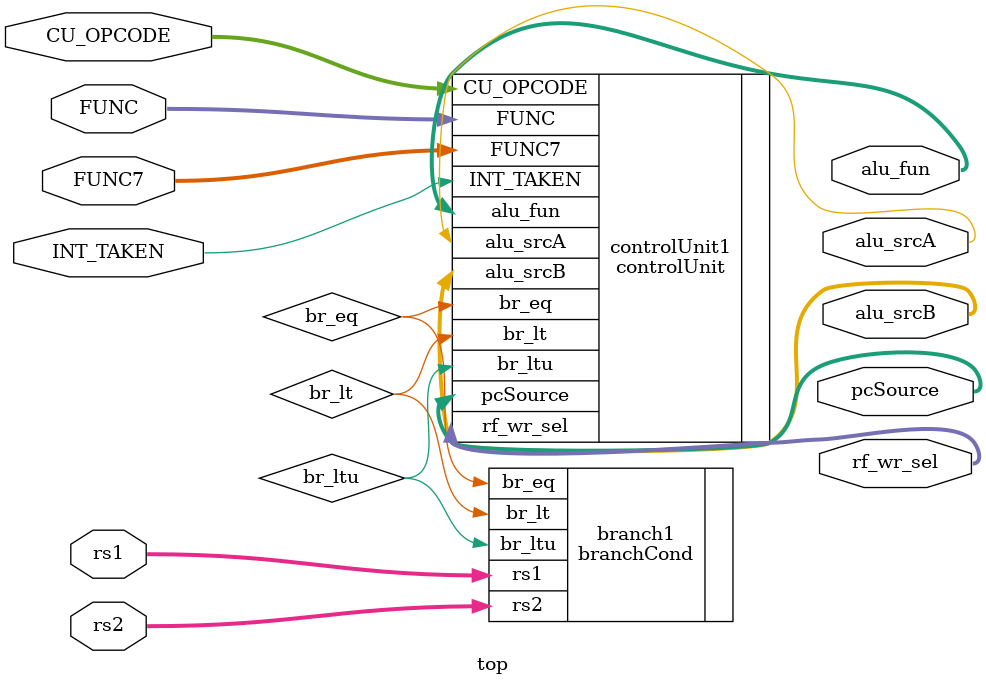
<source format=sv>
`timescale 1ns / 1ps
module top(
input [31:0] rs1, rs2,
input [6:0] CU_OPCODE,
input [2:0] FUNC,
input [6:0] FUNC7,
input INT_TAKEN,
output logic [3:0] alu_fun,
output logic alu_srcA,
output logic [1:0] alu_srcB, rf_wr_sel,
output logic [2:0] pcSource
    );
    
logic br_eq, br_lt, br_ltu;

branchCond branch1(.rs1(rs1),.rs2(rs2),.br_eq(br_eq),.br_lt(br_lt),.br_ltu(br_ltu));

controlUnit controlUnit1(
    .br_eq(br_eq),
    .br_lt(br_lt),
    .br_ltu(br_ltu),
    .INT_TAKEN(INT_TAKEN),
    .CU_OPCODE(CU_OPCODE),
    .FUNC(FUNC),
    .FUNC7(FUNC7),
    .alu_fun(alu_fun),
    .alu_srcA(alu_srcA),
    .alu_srcB(alu_srcB), 
    .pcSource(pcSource), 
    .rf_wr_sel(rf_wr_sel));
    
endmodule

</source>
